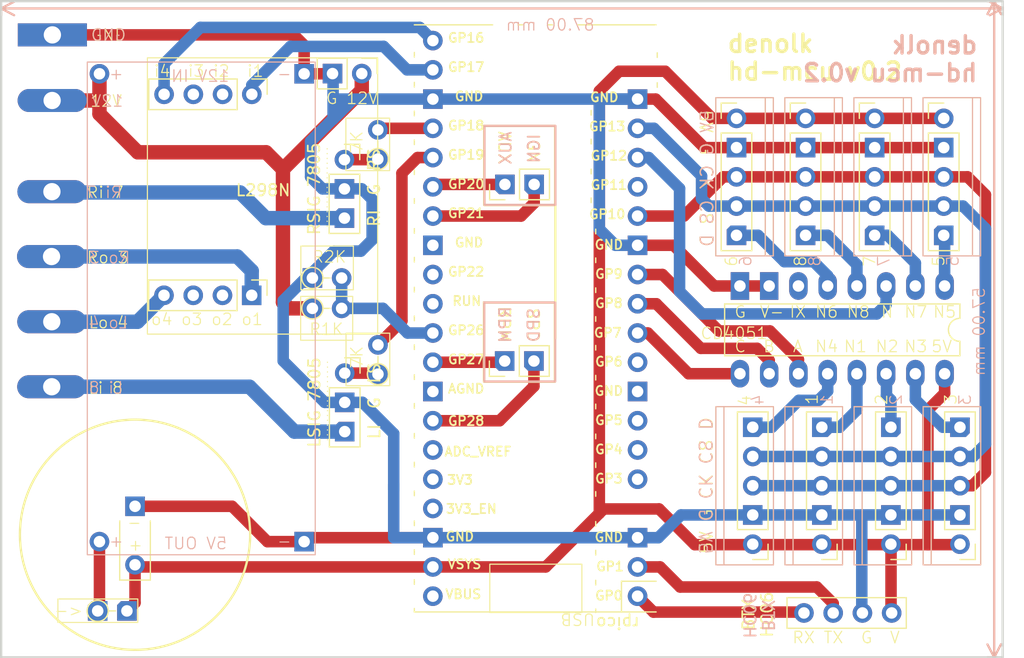
<source format=kicad_pcb>
(kicad_pcb (version 20221018) (generator pcbnew)
  (title_block (title "hd-mcu") (company "denolk"))
  (layers (0 "F.Cu" signal) (31 "B.Cu" signal) (34 "B.Paste" user) (35 "F.Paste" user) (36 "B.SilkS" user "B.Silkscreen") (37 "F.SilkS" user "F.Silkscreen") (38 "B.Mask" user) (39 "F.Mask" user) (44 "Edge.Cuts" user))
  (net 0 "")
  (net 1 "GND")
  (net 2 "12V")
  (net 3 "SIG_L_IN")
  (net 4 "SIG_L_OUT")
  (net 5 "SIG_R_IN")
  (net 6 "SIG_R_OUT")
  (net 7 "5V")
  (net 8 "D_SIG_L_IN")
  (net 9 "D_SIG_R_IN")
  (net 10 "D_SIG_R_OUT")
  (net 11 "D_SIG_L_OUT")
  (net 12 "D_MUX_A")
  (net 13 "D_MUX_B")
  (net 14 "D_MUX_C")
  (net 15 "MUX_S8")
  (net 16 "MUX_S1")
  (net 17 "MUX_S2")
  (net 18 "MUX_S3")
  (net 19 "MUX_S4")
  (net 20 "MUX_S5")
  (net 21 "MUX_S7")
  (net 22 "MUX_S6")
  (net 23 "D_BT_RX")
  (net 24 "D_BT_TX")
  (net 25 "D_VOLT")
  (net 26 "D_SCK")
  (net 27 "D_CS")
  (net 28 "D_SO")
  (net 29 "D_RPM")
  (net 30 "D_SPD")
  (net 31 "D_IGN")
  (net 32 "D_AUX")
  (footprint "Connector_PinHeader_2.54mm:Socker_PinHeader_1x05_P2.54mm_Dualside" (layer "F.Cu") (at 90.3275 64.9425 180)
    (fp_text reference "1")
    (fp_text value "N1" hide)
  )
  (footprint "Connector_PinHeader_2.54mm:Socker_PinHeader_1x05_P2.54mm_Dualside" (layer "F.Cu") (at 100.9175 27.9525)
    (fp_text reference "5")
    (fp_text value "N4" hide)
  )
  (footprint "denolk:L298N Motor driver board" (layer "F.Cu") (at 41.795 33.1925)
    (fp_text reference "REF**" hide)
    (fp_text value "L298N")
  )
  (footprint "Connector_PinHeader_2.54mm:Socker_PinHeader_1x05_P2.54mm_Dualside" (layer "F.Cu") (at 82.9175 27.9525)
    (fp_text reference "6")
    (fp_text value "N6" hide)
  )
  (footprint "" (layer "F.Cu") (at 23.4125 51.265 180)
    (fp_text reference "")
    (fp_text value "")
  )
  (footprint "denolk:capacitor_5v5_bat_20mm" (layer "F.Cu") (at 30.67 63.92)
    (fp_text reference "REF**" hide)
    (fp_text value "capacitor_5v5_bat_20mm" hide)
  )
  (footprint "Connector_PinHeader_2.54mm:Socker_PinHeader_1x05_P2.54mm_Dualside" (layer "F.Cu") (at 96.3275 64.9425 180)
    (fp_text reference "2")
    (fp_text value "N4" hide)
  )
  (footprint "Connector_PinHeader_2.54mm:PinHeader_1x02_P2.54mm_Vertical" (layer "F.Cu") (at 62.78 49.03 90)
    (fp_text reference "REF**" hide)
    (fp_text value "PinHeader_1x02_P2.54mm_Vertical" hide)
  )
  (footprint "Resistor_THT:R_Axial_DIN0204_L3.6mm_D1.6mm_P2.54mm_Vertical" (layer "F.Cu") (at 46.0775 44.4575)
    (fp_text reference "R1K")
    (fp_text value "R_Axial_DIN0204_L3.6mm_D1.6mm_P2.54mm_Vertical" hide)
  )
  (footprint "Connector_PinHeader_2.54mm:Socker_PinHeader_1x05_P2.54mm_Dualside" (layer "F.Cu") (at 94.9175 27.9525)
    (fp_text reference "7")
    (fp_text value "N7" hide)
  )
  (footprint "denolk:rpi_pico_h" (layer "F.Cu") (at 65.4865 44.6775 180)
    (fp_text reference "REF**" hide)
    (fp_text value "rpico")
  )
  (footprint "" (layer "F.Cu") (at 23.49 20.7)
    (fp_text reference "")
    (fp_text value "")
  )
  (footprint "Resistor_THT:R_Axial_DIN0204_L3.6mm_D1.6mm_P2.54mm_Vertical" (layer "F.Cu") (at 51.76 31.49 90)
    (fp_text reference "7K")
    (fp_text value "R_Axial_DIN0204_L3.6mm_D1.6mm_P2.54mm_Vertical" hide)
  )
  (footprint "Resistor_THT:R_Axial_DIN0204_L3.6mm_D1.6mm_P2.54mm_Vertical" (layer "F.Cu") (at 46.0775 41.8175)
    (fp_text reference "R2K")
    (fp_text value "R_Axial_DIN0204_L3.6mm_D1.6mm_P2.54mm_Vertical" hide)
  )
  (footprint "Connector_PinSocket_2.54mm:PinSocket_1x03_P2.54mm_Vertical" (layer "F.Cu") (at 48.86 31.5375)
    (fp_text reference "RSIG 7805")
    (fp_text value "PinSocket_1x03_P2.54mm_Vertical" hide)
  )
  (footprint "clipboard:025a530c-414d-4610-914f-198754de7740" (layer "F.Cu") (at 87.265 72.245)
    (fp_text reference "" hide)
    (fp_text value "" hide)
  )
  (footprint "" (layer "F.Cu") (at 23.47 26.4)
    (fp_text reference "")
    (fp_text value "")
  )
  (footprint "" (layer "F.Cu") (at 23.4375 45.6175 90)
    (fp_text reference "")
    (fp_text value "")
  )
  (footprint "Connector_PinHeader_2.54mm:Socker_PinHeader_1x05_P2.54mm_Dualside" (layer "F.Cu") (at 84.3275 64.9425 180)
    (fp_text reference "4")
    (fp_text value "N4" hide)
  )
  (footprint "Connector_PinHeader_2.54mm:PinHeader_1x02_P2.54mm_Vertical" (layer "F.Cu") (at 62.8 33.69 90)
    (fp_text reference "REF**" hide)
    (fp_text value "PinHeader_1x02_P2.54mm_Vertical" hide)
  )
  (footprint "Resistor_THT:R_Axial_DIN0204_L3.6mm_D1.6mm_P2.54mm_Vertical" (layer "F.Cu") (at 51.7725 50.17 90)
    (fp_text reference "7K")
    (fp_text value "R_Axial_DIN0204_L3.6mm_D1.6mm_P2.54mm_Vertical" hide)
  )
  (footprint "Resistor_THT:R_Axial_DIN0204_L3.6mm_D1.6mm_P2.54mm_Vertical" (layer "F.Cu") (at 27.425 70.7375)
    (fp_text reference "->")
    (fp_text value "R_Axial_DIN0204_L3.6mm_D1.6mm_P2.54mm_Vertical" hide)
  )
  (footprint "Connector_PinHeader_2.54mm:Socker_PinHeader_1x05_P2.54mm_Dualside" (layer "F.Cu") (at 102.3275 64.9425 180)
    (fp_text reference "3")
    (fp_text value "N4" hide)
  )
  (footprint "" (layer "F.Cu") (at 23.45 34.32 180)
    (fp_text reference "")
    (fp_text value "")
  )
  (footprint "" (layer "F.Cu") (at 23.4175 39.955 180)
    (fp_text reference "")
    (fp_text value "")
  )
  (footprint "Connector_PinSocket_2.54mm:PinSocket_1x03_P2.54mm_Vertical" (layer "F.Cu") (at 48.885 50.0825)
    (fp_text reference "LSIG 7805")
    (fp_text value "PinSocket_1x03_P2.54mm_Vertical" hide)
  )
  (footprint "Connector_PinHeader_2.54mm:Socker_PinHeader_1x05_P2.54mm_Dualside" (layer "F.Cu") (at 88.9175 27.9525)
    (fp_text reference "8")
    (fp_text value "N8" hide)
  )
  (footprint "Package_DIP:DIP-16_W7.62mm_LongPads" (layer "F.Cu") (at 100.995 42.5625 -90)
    (fp_text reference "CD4051")
    (fp_text value "CD4051" hide)
  )
  (footprint "denolk:switch_regulator_12v5v" (layer "B.Cu") (at 36.524 48.86 180)
    (fp_text reference "REF**" hide)
    (fp_text value "switch_regulator_12v5v" hide)
  )
  (gr_rect (start 61.005 43.9446) (end 67.165 50.81) (stroke (width 0.2)) (fill none) (layer "B.SilkS"))
  (gr_rect (start 61.025 28.6046) (end 67.185 35.47) (stroke (width 0.2)) (fill none) (layer "B.SilkS"))
  (gr_rect (start 45.075 39.0425) (end 49.635 42.8425) (stroke (width 0.1)) (fill none) (layer "F.SilkS"))
  (gr_rect (start 48.985 27.9325) (end 52.785 32.4925) (stroke (width 0.1)) (fill none) (layer "F.SilkS"))
  (gr_rect (start 60.995 28.61) (end 67.155 35.49) (stroke (width 0.2)) (fill none) (layer "F.SilkS"))
  (gr_rect (start 60.975 43.95) (end 67.135 50.83) (stroke (width 0.2)) (fill none) (layer "F.SilkS"))
  (gr_rect (start 48.9975 46.6125) (end 52.7975 51.1725) (stroke (width 0.1)) (fill none) (layer "F.SilkS"))
  (gr_line (start 67.18 47.06) (end 67.18 32.06) (stroke (width 0.2)) (layer "F.SilkS"))
  (gr_rect (start 23.97 69.7) (end 30.91 71.74) (stroke (width 0.1)) (fill none) (layer "F.SilkS"))
  (gr_rect (start 45.0575 43.4175) (end 49.5775 47.2275) (stroke (width 0.1)) (fill none) (layer "F.SilkS"))
  (gr_rect (start 19.04 17.77) (end 106.04 74.77) (stroke (width 0.2)) (fill none) (layer "Edge.Cuts"))
  (gr_text "5V G CK CS D" (at 81.015 27.145 90) (layer "B.SilkS") (effects (font (size 1.1 1.1) (thickness 0.12)) (justify left bottom mirror)))
  (gr_text "RPM" (at 62.835 45.87 90) (layer "B.SilkS") (effects (font (size 1 1)) (justify mirror)))
  (gr_text "GND" (at 26.7875 20.7075) (layer "B.SilkS") (effects (font (size 1 1) (thickness 0.1)) (justify right mirror)))
  (gr_text "Ri 7" (at 29.6225 34.375) (layer "B.SilkS") (effects (font (size 1 1) (thickness 0.1)) (justify left mirror)))
  (gr_text "Ro 3" (at 26.57 40.05) (layer "B.SilkS") (effects (font (size 1 1) (thickness 0.1)) (justify right mirror)))
  (gr_text "5V G CK CS D" (at 79.545 65.895 -90) (layer "B.SilkS") (effects (font (size 1.1 1.1) (thickness 0.12)) (justify left bottom mirror)))
  (gr_text "12V" (at 26.8175 26.4375) (layer "B.SilkS") (effects (font (size 1 1) (thickness 0.1)) (justify right mirror)))
  (gr_text "IGN" (at 65.315 30.57 90) (layer "B.SilkS") (effects (font (size 1 1)) (justify mirror)))
  (gr_text "denolk\nhd-mcu v0.2" (at 103.995 24.8825) (layer "B.SilkS") (effects (font (size 1.5 1.5) (thickness 0.3) bold) (justify left bottom mirror)))
  (gr_text "Lo 4" (at 26.5725 45.695) (layer "B.SilkS") (effects (font (size 1 1) (thickness 0.1)) (justify right mirror)))
  (gr_text "Li 8" (at 29.7075 51.3525) (layer "B.SilkS") (effects (font (size 1 1) (thickness 0.1)) (justify left mirror)))
  (gr_text "BTX\nHC06" (at 83.455 71.135 270) (layer "B.SilkS") (effects (font (size 1 1)) (justify bottom mirror)))
  (gr_text "AUX" (at 62.855 30.53 90) (layer "B.SilkS") (effects (font (size 1 1)) (justify mirror)))
  (gr_text "SPD" (at 65.295 45.91 90) (layer "B.SilkS") (effects (font (size 1 1)) (justify mirror)))
  (gr_text "Li 8" (at 26.56 51.375) (layer "F.SilkS") (effects (font (size 1 1) (thickness 0.1)) (justify left)))
  (gr_text "Ro 3" (at 30.17 40.04) (layer "F.SilkS") (effects (font (size 1 1) (thickness 0.1)) (justify right)))
  (gr_text "12V" (at 29.61 26.44) (layer "F.SilkS") (effects (font (size 1 1) (thickness 0.1)) (justify right)))
  (gr_text "8" (at 88.4675 40.3525 90) (layer "F.SilkS") (effects (font (size 1 1) (thickness 0.1))))
  (gr_text "3" (at 101.5275 52.3525 90) (layer "F.SilkS") (effects (font (size 1 1) (thickness 0.1))))
  (gr_text "5" (at 100.4675 40.3525 90) (layer "F.SilkS") (effects (font (size 1 1) (thickness 0.1))))
  (gr_text "4" (at 83.6475 52.4525 90) (layer "F.SilkS") (effects (font (size 1 1) (thickness 0.1))))
  (gr_text "Lo 4" (at 30.1325 45.685) (layer "F.SilkS") (effects (font (size 1 1) (thickness 0.1)) (justify right)))
  (gr_text "2" (at 95.5075 52.3725 90) (layer "F.SilkS") (effects (font (size 1 1) (thickness 0.1))))
  (gr_text "BTX\nHC06" (at 86.155 71.055 90) (layer "F.SilkS") (effects (font (size 1 1)) (justify bottom)))
  (gr_text "7" (at 94.4675 40.3525 90) (layer "F.SilkS") (effects (font (size 1 1) (thickness 0.1))))
  (gr_text "5V G CK CS D" (at 79.615 27.145 -90) (layer "F.SilkS") (effects (font (size 1.1 1.1) (thickness 0.12)) (justify left bottom)))
  (gr_text "GND" (at 29.95 20.71) (layer "F.SilkS") (effects (font (size 1 1) (thickness 0.1)) (justify right)))
  (gr_text "5V G CK CS D" (at 80.945 65.865 90) (layer "F.SilkS") (effects (font (size 1.1 1.1) (thickness 0.12)) (justify left bottom)))
  (gr_text "denolk\nhd-mcu v0.2" (at 81.99 24.75) (layer "F.SilkS") (effects (font (size 1.5 1.5) (thickness 0.3) bold) (justify left bottom)))
  (gr_text "1" (at 89.4675 52.3525 90) (layer "F.SilkS") (effects (font (size 1 1) (thickness 0.1))))
  (gr_text "6" (at 82.4675 40.3525 90) (layer "F.SilkS") (effects (font (size 1 1) (thickness 0.1))))
  (gr_text "Ri 7" (at 26.4225 34.375) (layer "F.SilkS") (effects (font (size 1 1) (thickness 0.1)) (justify left)))
  (dimension (type aligned) (layer "B.SilkS") (pts (xy 106.04 74.77) (xy 106.04 17.77)) (height -0.7375) (gr_text "57.00 mm" (at 103.985 46.4825 90) (layer "B.SilkS") (effects (font (size 1 1) (thickness 0.1)) (justify mirror))) (format (prefix "") (suffix "") (units 3) (units_format 1) (precision 2)) (style (thickness 0.2) (arrow_length 1.27) (text_position_mode 2) (extension_height 0.58642) (extension_offset 0.5) keep_text_aligned))
  (dimension (type aligned) (layer "B.SilkS") (pts (xy 19.04 17.77) (xy 106.04 17.77)) (height 0.635) (gr_text "87.00 mm" (at 66.7325 19.8275) (layer "B.SilkS") (effects (font (size 1 1) (thickness 0.1)) (justify mirror))) (format (prefix "") (suffix "") (units 3) (units_format 1) (precision 2)) (style (thickness 0.2) (arrow_length 1.27) (text_position_mode 2) (extension_height 0.58642) (extension_offset 0.5) keep_text_aligned))
  (segment (start 23.49 20.7) (end 44.4625 20.7) (width 1) (layer "F.Cu") (net 1))
  (segment (start 100.9175 30.4925) (end 82.9175 30.4925) (width 1) (layer "F.Cu") (net 1))
  (segment (start 45.36 21.5975) (end 45.36 24.08) (width 1) (layer "F.Cu") (net 1))
  (segment (start 80.9825 42.5125) (end 77.4475 38.9775) (width 1) (layer "F.Cu") (net 1))
  (segment (start 77.4475 38.9775) (end 74.3225 38.9775) (width 1) (layer "F.Cu") (net 1))
  (segment (start 83.215 42.5125) (end 80.9825 42.5125) (width 1) (layer "F.Cu") (net 1))
  (segment (start 39.1 61.65) (end 30.67 61.65) (width 1) (layer "F.Cu") (net 1))
  (segment (start 75.8975 26.2775) (end 74.3225 26.2775) (width 1) (layer "F.Cu") (net 1))
  (segment (start 45.36 64.72) (end 42.17 64.72) (width 1) (layer "F.Cu") (net 1))
  (segment (start 42.17 64.72) (end 39.1 61.65) (width 1) (layer "F.Cu") (net 1))
  (segment (start 44.4625 20.7) (end 45.36 21.5975) (width 1) (layer "F.Cu") (net 1))
  (segment (start 45.36 24.08) (end 47.8075 24.08) (width 1) (layer "F.Cu") (net 1))
  (segment (start 85.755 42.5125) (end 83.215 42.5125) (width 1) (layer "F.Cu") (net 1))
  (segment (start 80.1125 30.4925) (end 75.8975 26.2775) (width 1) (layer "F.Cu") (net 1))
  (segment (start 47.8075 24.08) (end 47.825 24.0625) (width 1) (layer "F.Cu") (net 1))
  (segment (start 45.7025 64.3775) (end 56.5425 64.3775) (width 1) (layer "F.Cu") (net 1))
  (segment (start 56.5425 26.2775) (end 56.5375 26.2725) (width 1) (layer "F.Cu") (net 1))
  (segment (start 82.9175 30.4925) (end 80.1125 30.4925) (width 1) (layer "F.Cu") (net 1))
  (segment (start 47.825 24.0625) (end 47.6875 24.0625) (width 1) (layer "F.Cu") (net 1))
  (segment (start 45.36 64.72) (end 45.7025 64.3775) (width 1) (layer "F.Cu") (net 1))
  (segment (start 47.825 24.0625) (end 47.875 24.1125) (width 1) (layer "B.Cu") (net 1))
  (segment (start 56.5425 26.2775) (end 74.3225 26.2775) (width 1) (layer "B.Cu") (net 1))
  (segment (start 45.92 33.04) (end 46.9575 34.0775) (width 1) (layer "B.Cu") (net 1))
  (segment (start 93.8 62.4325) (end 93.83 62.4025) (width 1) (layer "B.Cu") (net 1))
  (segment (start 50.4225 52.6225) (end 53.14 55.34) (width 1) (layer "B.Cu") (net 1))
  (segment (start 47.88 26.2775) (end 56.5425 26.2775) (width 1) (layer "B.Cu") (net 1))
  (segment (start 71 26.2775) (end 74.3225 26.2775) (width 1) (layer "B.Cu") (net 1))
  (segment (start 74.3225 38.9775) (end 72.4075 38.9775) (width 1) (layer "B.Cu") (net 1))
  (segment (start 74.3225 64.3775) (end 56.5425 64.3775) (width 1) (layer "B.Cu") (net 1))
  (segment (start 45.92 29.9475) (end 45.92 33.04) (width 1) (layer "B.Cu") (net 1))
  (segment (start 51.265 38.5025) (end 51.265 34.9825) (width 1) (layer "B.Cu") (net 1))
  (segment (start 76.1225 64.3775) (end 74.3225 64.3775) (width 1) (layer "B.Cu") (net 1))
  (segment (start 47.855 28.0425) (end 49.59 26.3075) (width 1) (layer "B.Cu") (net 1))
  (segment (start 72.4075 38.9775) (end 71 37.57) (width 1) (layer "B.Cu") (net 1))
  (segment (start 93.855 70.915) (end 93.8 70.86) (width 1) (layer "B.Cu") (net 1))
  (segment (start 93.8 70.86) (end 93.8 62.4325) (width 1) (layer "B.Cu") (net 1))
  (segment (start 46.9575 34.0775) (end 48.86 34.0775) (width 1) (layer "B.Cu") (net 1))
  (segment (start 51.265 34.9825) (end 50.36 34.0775) (width 1) (layer "B.Cu") (net 1))
  (segment (start 47.875 24.1125) (end 47.875 27.9925) (width 1) (layer "B.Cu") (net 1))
  (segment (start 50.285 39.4825) (end 51.265 38.5025) (width 1) (layer "B.Cu") (net 1))
  (segment (start 46.0775 41.8175) (end 46.0775 41.34) (width 1) (layer "B.Cu") (net 1))
  (segment (start 56.5425 64.3775) (end 56.2 64.72) (width 1) (layer "B.Cu") (net 1))
  (segment (start 47.935 39.4825) (end 50.285 39.4825) (width 1) (layer "B.Cu") (net 1))
  (segment (start 53.14 64.3775) (end 56.5425 64.3775) (width 1) (layer "B.Cu") (net 1))
  (segment (start 78.0975 62.4025) (end 76.1225 64.3775) (width 1) (layer "B.Cu") (net 1))
  (segment (start 47.875 26.2725) (end 48.71 27.1075) (width 1) (layer "B.Cu") (net 1))
  (segment (start 46.0775 41.34) (end 47.935 39.4825) (width 1) (layer "B.Cu") (net 1))
  (segment (start 47.875 27.9925) (end 47.825 28.0425) (width 1) (layer "B.Cu") (net 1))
  (segment (start 47.825 28.0425) (end 47.855 28.0425) (width 1) (layer "B.Cu") (net 1))
  (segment (start 84.3275 62.4025) (end 78.0975 62.4025) (width 1) (layer "B.Cu") (net 1))
  (segment (start 53.14 59.75) (end 53.14 64.3775) (width 1) (layer "B.Cu") (net 1))
  (segment (start 46.0775 41.8175) (end 45.5025 41.8175) (width 1) (layer "B.Cu") (net 1))
  (segment (start 43.54 49.0175) (end 47.145 52.6225) (width 1) (layer "B.Cu") (net 1))
  (segment (start 43.54 43.78) (end 43.54 49.0175) (width 1) (layer "B.Cu") (net 1))
  (segment (start 50.36 34.0775) (end 48.86 34.0775) (width 1) (layer "B.Cu") (net 1))
  (segment (start 84.3275 62.4025) (end 102.3275 62.4025) (width 1) (layer "B.Cu") (net 1))
  (segment (start 47.825 28.0425) (end 45.92 29.9475) (width 1) (layer "B.Cu") (net 1))
  (segment (start 47.145 52.6225) (end 48.885 52.6225) (width 1) (layer "B.Cu") (net 1))
  (segment (start 48.885 52.6225) (end 50.4225 52.6225) (width 1) (layer "B.Cu") (net 1))
  (segment (start 71 37.57) (end 71 26.2775) (width 1) (layer "B.Cu") (net 1))
  (segment (start 45.5025 41.8175) (end 43.54 43.78) (width 1) (layer "B.Cu") (net 1))
  (segment (start 53.14 55.34) (end 53.14 60.2) (width 1) (layer "B.Cu") (net 1))
  (segment (start 43.52 32.3675) (end 42.0525 30.9) (width 1.25) (layer "F.Cu") (net 2))
  (segment (start 27.58 26.88) (end 27.58 26.27) (width 1.25) (layer "F.Cu") (net 2))
  (segment (start 42.0525 30.9) (end 30.91 30.9) (width 1.25) (layer "F.Cu") (net 2))
  (segment (start 23.47 26.4) (end 27.45 26.4) (width 1.25) (layer "F.Cu") (net 2))
  (segment (start 44.0475 44.4575) (end 46.0775 44.4575) (width 1.25) (layer "F.Cu") (net 2))
  (segment (start 43.52 43.93) (end 44.0475 44.4575) (width 1.25) (layer "F.Cu") (net 2))
  (segment (start 27.58 26.27) (end 27.58 24.08) (width 1.25) (layer "F.Cu") (net 2))
  (segment (start 50.365 25.5225) (end 43.52 32.3675) (width 1.25) (layer "F.Cu") (net 2))
  (segment (start 43.52 32.3675) (end 43.52 43.93) (width 1.25) (layer "F.Cu") (net 2))
  (segment (start 50.365 24.0625) (end 50.365 25.5225) (width 1.25) (layer "F.Cu") (net 2))
  (segment (start 27.45 26.4) (end 27.58 26.27) (width 1) (layer "F.Cu") (net 2))
  (segment (start 50.365 24.0625) (end 50.365 24.6225) (width 1.25) (layer "F.Cu") (net 2))
  (segment (start 27.58 27.57) (end 27.58 26.88) (width 1.25) (layer "F.Cu") (net 2))
  (segment (start 30.91 30.9) (end 27.58 27.57) (width 1.25) (layer "F.Cu") (net 2))
  (segment (start 44.5125 55.1625) (end 48.885 55.1625) (width 1.25) (layer "B.Cu") (net 3))
  (segment (start 23.4325 51.265) (end 40.615 51.265) (width 1.25) (layer "B.Cu") (net 3))
  (segment (start 40.615 51.265) (end 44.5125 55.1625) (width 1.25) (layer "B.Cu") (net 3))
  (segment (start 23.4375 45.6175) (end 23.44 45.62) (width 1.25) (layer "B.Cu") (net 4))
  (segment (start 30.8875 45.62) (end 33.185 43.3225) (width 1.25) (layer "B.Cu") (net 4))
  (segment (start 23.44 45.62) (end 30.8875 45.62) (width 1.25) (layer "B.Cu") (net 4))
  (segment (start 23.385 45.565) (end 23.4375 45.6175) (width 1.25) (layer "B.Cu") (net 4))
  (segment (start 23.52 34.39) (end 39.8 34.39) (width 1.25) (layer "B.Cu") (net 5))
  (segment (start 23.45 34.32) (end 23.52 34.39) (width 1.25) (layer "B.Cu") (net 5))
  (segment (start 42.0275 36.6175) (end 48.86 36.6175) (width 1.25) (layer "B.Cu") (net 5))
  (segment (start 39.8 34.39) (end 42.0275 36.6175) (width 1.25) (layer "B.Cu") (net 5))
  (segment (start 39.5525 39.95) (end 40.805 41.2025) (width 1.25) (layer "B.Cu") (net 6))
  (segment (start 23.4175 39.955) (end 23.4225 39.95) (width 1.25) (layer "B.Cu") (net 6))
  (segment (start 40.805 41.2025) (end 40.805 43.3225) (width 1.25) (layer "B.Cu") (net 6))
  (segment (start 23.4225 39.95) (end 39.5525 39.95) (width 1.25) (layer "B.Cu") (net 6))
  (segment (start 100.995 50.1325) (end 101.03 50.1675) (width 1) (layer "F.Cu") (net 7))
  (segment (start 100.995 51.83) (end 100.995 50.1325) (width 1) (layer "F.Cu") (net 7))
  (segment (start 27.58 64.72) (end 27.58 70.5825) (width 1) (layer "F.Cu") (net 7))
  (segment (start 79.2925 64.9825) (end 102.2875 64.9825) (width 1) (layer "F.Cu") (net 7))
  (segment (start 30.8575 66.9175) (end 56.5425 66.9175) (width 1) (layer "F.Cu") (net 7))
  (segment (start 30.67 66.73) (end 30.8575 66.9175) (width 1) (layer "F.Cu") (net 7))
  (segment (start 80.8125 27.9525) (end 76.72 23.86) (width 1) (layer "F.Cu") (net 7))
  (segment (start 71.0025 62.2575) (end 70.99 62.27) (width 1) (layer "F.Cu") (net 7))
  (segment (start 71.0025 25.5775) (end 71.0025 62.2575) (width 1) (layer "F.Cu") (net 7))
  (segment (start 99.545 53.28) (end 100.995 51.83) (width 1) (layer "F.Cu") (net 7))
  (segment (start 99.545 64.9775) (end 99.545 53.28) (width 1) (layer "F.Cu") (net 7))
  (segment (start 30.67 70.0325) (end 29.965 70.7375) (width 1) (layer "F.Cu") (net 7))
  (segment (start 72.72 23.86) (end 71.0025 25.5775) (width 1) (layer "F.Cu") (net 7))
  (segment (start 27.58 70.5825) (end 27.425 70.7375) (width 1) (layer "F.Cu") (net 7))
  (segment (start 76.72 23.86) (end 72.72 23.86) (width 1) (layer "F.Cu") (net 7))
  (segment (start 96.395 70.915) (end 96.34 70.86) (width 1) (layer "F.Cu") (net 7))
  (segment (start 82.9175 27.9525) (end 80.8125 27.9525) (width 1) (layer "F.Cu") (net 7))
  (segment (start 66.3425 66.9175) (end 70.99 62.27) (width 1) (layer "F.Cu") (net 7))
  (segment (start 56.5425 66.9175) (end 66.3425 66.9175) (width 1) (layer "F.Cu") (net 7))
  (segment (start 96.34 70.86) (end 96.34 64.955) (width 1) (layer "F.Cu") (net 7))
  (segment (start 70.99 62.27) (end 71.38 61.88) (width 1) (layer "F.Cu") (net 7))
  (segment (start 30.68 66.74) (end 30.67 66.73) (width 1) (layer "F.Cu") (net 7))
  (segment (start 71.38 61.88) (end 76.19 61.88) (width 1) (layer "F.Cu") (net 7))
  (segment (start 30.67 66.73) (end 30.67 70.0325) (width 1) (layer "F.Cu") (net 7))
  (segment (start 76.19 61.88) (end 79.2925 64.9825) (width 1) (layer "F.Cu") (net 7))
  (segment (start 82.9175 27.9525) (end 100.9175 27.9525) (width 1) (layer "F.Cu") (net 7))
  (segment (start 99.55 64.9825) (end 99.545 64.9775) (width 1) (layer "F.Cu") (net 7))
  (segment (start 48.885 50.0825) (end 51.685 50.0825) (width 1) (layer "F.Cu") (net 8))
  (segment (start 55.21 31.3575) (end 56.5425 31.3575) (width 1) (layer "F.Cu") (net 8))
  (segment (start 51.605 50.0025) (end 51.7725 50.17) (width 1) (layer "F.Cu") (net 8))
  (segment (start 53.855 32.7125) (end 55.21 31.3575) (width 1) (layer "F.Cu") (net 8))
  (segment (start 53.855 45.5475) (end 53.855 32.7125) (width 1) (layer "F.Cu") (net 8))
  (segment (start 51.7725 47.63) (end 53.855 45.5475) (width 1) (layer "F.Cu") (net 8))
  (segment (start 51.685 50.0825) (end 51.7725 50.17) (width 1) (layer "F.Cu") (net 8))
  (segment (start 51.8925 28.8175) (end 56.5425 28.8175) (width 1) (layer "F.Cu") (net 9))
  (segment (start 48.86 31.5375) (end 51.7125 31.5375) (width 1) (layer "F.Cu") (net 9))
  (segment (start 51.76 28.95) (end 51.8925 28.8175) (width 1) (layer "F.Cu") (net 9))
  (segment (start 51.7125 31.5375) (end 51.76 31.49) (width 1) (layer "F.Cu") (net 9))
  (segment (start 44.175 21.7025) (end 40.815 25.0625) (width 1) (layer "B.Cu") (net 10))
  (segment (start 56.5425 23.7375) (end 54.3 23.7375) (width 1) (layer "B.Cu") (net 10))
  (segment (start 40.815 25.0625) (end 40.815 25.8625) (width 1) (layer "B.Cu") (net 10))
  (segment (start 54.3 23.7375) (end 52.265 21.7025) (width 1) (layer "B.Cu") (net 10))
  (segment (start 52.265 21.7025) (end 44.175 21.7025) (width 1) (layer "B.Cu") (net 10))
  (segment (start 56.5425 21.1975) (end 55.3975 20.0525) (width 1) (layer "B.Cu") (net 11))
  (segment (start 55.3975 20.0525) (end 36.345 20.0525) (width 1) (layer "B.Cu") (net 11))
  (segment (start 33.195 23.2025) (end 33.195 25.8625) (width 1) (layer "B.Cu") (net 11))
  (segment (start 36.345 20.0525) (end 33.195 23.2025) (width 1) (layer "B.Cu") (net 11))
  (segment (start 81.39 46.42) (end 76.4875 41.5175) (width 1) (layer "F.Cu") (net 12))
  (segment (start 76.4875 41.5175) (end 74.3225 41.5175) (width 1) (layer "F.Cu") (net 12))
  (segment (start 88.295 50.1325) (end 88.295 48.895) (width 1) (layer "F.Cu") (net 12))
  (segment (start 85.82 46.42) (end 81.39 46.42) (width 1) (layer "F.Cu") (net 12))
  (segment (start 88.295 48.895) (end 85.82 46.42) (width 1) (layer "F.Cu") (net 12))
  (segment (start 85.755 48.975) (end 84.71 47.93) (width 1) (layer "F.Cu") (net 13))
  (segment (start 79.82 47.93) (end 75.9475 44.0575) (width 1) (layer "F.Cu") (net 13))
  (segment (start 75.9475 44.0575) (end 74.3225 44.0575) (width 1) (layer "F.Cu") (net 13))
  (segment (start 85.755 50.1325) (end 85.755 48.975) (width 1) (layer "F.Cu") (net 13))
  (segment (start 84.71 47.93) (end 79.82 47.93) (width 1) (layer "F.Cu") (net 13))
  (segment (start 75.2175 46.5975) (end 74.3225 46.5975) (width 1) (layer "F.Cu") (net 14))
  (segment (start 78.7525 50.1325) (end 75.2175 46.5975) (width 1) (layer "F.Cu") (net 14))
  (segment (start 83.215 50.1325) (end 78.7525 50.1325) (width 1) (layer "F.Cu") (net 14))
  (segment (start 93.375 42.5125) (end 93.375 40.66) (width 1) (layer "B.Cu") (net 15))
  (segment (start 90.8275 38.1125) (end 88.9175 38.1125) (width 1) (layer "B.Cu") (net 15))
  (segment (start 93.375 40.66) (end 90.8275 38.1125) (width 1) (layer "B.Cu") (net 15))
  (segment (start 93.375 53.29) (end 93.375 50.1325) (width 1) (layer "B.Cu") (net 16))
  (segment (start 90.3275 54.7825) (end 91.8825 54.7825) (width 1) (layer "B.Cu") (net 16))
  (segment (start 91.8825 54.7825) (end 93.375 53.29) (width 1) (layer "B.Cu") (net 16))
  (segment (start 96.3275 54.7825) (end 96.3275 52.4125) (width 1) (layer "B.Cu") (net 17))
  (segment (start 95.945 52.03) (end 95.945 50.1625) (width 1) (layer "B.Cu") (net 17))
  (segment (start 95.945 50.1625) (end 95.915 50.1325) (width 1) (layer "B.Cu") (net 17))
  (segment (start 96.3275 52.4125) (end 95.945 52.03) (width 1) (layer "B.Cu") (net 17))
  (segment (start 102.3275 54.7825) (end 100.8475 54.7825) (width 1) (layer "B.Cu") (net 18))
  (segment (start 100.8475 54.7825) (end 98.455 52.39) (width 1) (layer "B.Cu") (net 18))
  (segment (start 98.455 52.39) (end 98.455 50.1325) (width 1) (layer "B.Cu") (net 18))
  (segment (start 90.835 51.64) (end 90.835 50.1325) (width 1) (layer "B.Cu") (net 19))
  (segment (start 90.835 50.1325) (end 90.795 50.1725) (width 1) (layer "B.Cu") (net 19))
  (segment (start 90.025 52.45) (end 90.835 51.64) (width 1) (layer "B.Cu") (net 19))
  (segment (start 85.9925 54.7825) (end 88.325 52.45) (width 1) (layer "B.Cu") (net 19))
  (segment (start 84.3275 54.7825) (end 85.9925 54.7825) (width 1) (layer "B.Cu") (net 19))
  (segment (start 88.325 52.45) (end 90.025 52.45) (width 1) (layer "B.Cu") (net 19))
  (segment (start 100.995 42.5125) (end 100.995 38.19) (width 1) (layer "B.Cu") (net 20))
  (segment (start 100.995 38.19) (end 100.9175 38.1125) (width 1) (layer "B.Cu") (net 20))
  (segment (start 98.455 40.52) (end 96.0475 38.1125) (width 1) (layer "B.Cu") (net 21))
  (segment (start 98.455 42.5125) (end 98.455 40.52) (width 1) (layer "B.Cu") (net 21))
  (segment (start 96.0475 38.1125) (end 94.9175 38.1125) (width 1) (layer "B.Cu") (net 21))
  (segment (start 87.075 40.4) (end 89.615 40.4) (width 1) (layer "B.Cu") (net 22))
  (segment (start 89.615 40.4) (end 90.835 41.62) (width 1) (layer "B.Cu") (net 22))
  (segment (start 90.835 41.62) (end 90.835 42.5125) (width 1) (layer "B.Cu") (net 22))
  (segment (start 84.7875 38.1125) (end 87.075 40.4) (width 1) (layer "B.Cu") (net 22))
  (segment (start 82.9175 38.1125) (end 84.7875 38.1125) (width 1) (layer "B.Cu") (net 22))
  (segment (start 74.3225 66.9175) (end 76.2775 66.9175) (width 1) (layer "F.Cu") (net 23))
  (segment (start 91.315 70.085) (end 91.315 70.915) (width 1) (layer "F.Cu") (net 23))
  (segment (start 78.02 68.66) (end 89.89 68.66) (width 1) (layer "F.Cu") (net 23))
  (segment (start 89.89 68.66) (end 91.315 70.085) (width 1) (layer "F.Cu") (net 23))
  (segment (start 76.2775 66.9175) (end 78.02 68.66) (width 1) (layer "F.Cu") (net 23))
  (segment (start 74.3225 69.4575) (end 75.705 70.84) (width 1) (layer "F.Cu") (net 24))
  (segment (start 75.705 70.84) (end 88.7 70.84) (width 1) (layer "F.Cu") (net 24))
  (segment (start 88.7 70.84) (end 88.775 70.915) (width 1) (layer "F.Cu") (net 24))
  (segment (start 48.6175 44.4575) (end 52.2 44.4575) (width 1) (layer "B.Cu") (net 25))
  (segment (start 52.2 44.4575) (end 54.34 46.5975) (width 1) (layer "B.Cu") (net 25))
  (segment (start 54.34 46.5975) (end 56.5425 46.5975) (width 1) (layer "B.Cu") (net 25))
  (segment (start 48.6175 41.8175) (end 48.6175 44.4575) (width 1) (layer "B.Cu") (net 25))
  (segment (start 103.3925 59.8625) (end 102.3275 59.8625) (width 1) (layer "F.Cu") (net 26))
  (segment (start 100.9175 33.0325) (end 102.9875 33.0325) (width 1) (layer "F.Cu") (net 26))
  (segment (start 81.7575 33.0325) (end 78.3525 36.4375) (width 1) (layer "F.Cu") (net 26))
  (segment (start 102.9875 33.0325) (end 104.54 34.585) (width 1) (layer "F.Cu") (net 26))
  (segment (start 78.3525 36.4375) (end 74.3225 36.4375) (width 1) (layer "F.Cu") (net 26))
  (segment (start 104.54 34.585) (end 104.54 58.715) (width 1) (layer "F.Cu") (net 26))
  (segment (start 104.54 58.715) (end 103.3925 59.8625) (width 1) (layer "F.Cu") (net 26))
  (segment (start 82.9175 33.0325) (end 100.9175 33.0325) (width 1) (layer "F.Cu") (net 26))
  (segment (start 82.9175 33.0325) (end 81.7575 33.0325) (width 1) (layer "F.Cu") (net 26))
  (segment (start 102.3275 59.8625) (end 84.3275 59.8625) (width 1) (layer "B.Cu") (net 26))
  (segment (start 80.5225 35.5725) (end 79.88 34.93) (width 1) (layer "B.Cu") (net 27))
  (segment (start 82.9175 35.5725) (end 80.5225 35.5725) (width 1) (layer "B.Cu") (net 27))
  (segment (start 102.5925 35.5725) (end 104.54 37.52) (width 1) (layer "B.Cu") (net 27))
  (segment (start 79.88 32.95) (end 75.7475 28.8175) (width 1) (layer "B.Cu") (net 27))
  (segment (start 100.9175 35.5725) (end 102.5925 35.5725) (width 1) (layer "B.Cu") (net 27))
  (segment (start 75.7475 28.8175) (end 74.3225 28.8175) (width 1) (layer "B.Cu") (net 27))
  (segment (start 100.9175 35.5725) (end 82.9175 35.5725) (width 1) (layer "B.Cu") (net 27))
  (segment (start 102.3275 57.3225) (end 84.3275 57.3225) (width 1) (layer "B.Cu") (net 27))
  (segment (start 103.4775 57.3225) (end 102.3275 57.3225) (width 1) (layer "B.Cu") (net 27))
  (segment (start 79.88 34.93) (end 79.88 32.95) (width 1) (layer "B.Cu") (net 27))
  (segment (start 104.54 56.26) (end 103.4775 57.3225) (width 1) (layer "B.Cu") (net 27))
  (segment (start 104.54 37.52) (end 104.54 56.26) (width 1) (layer "B.Cu") (net 27))
  (segment (start 95.915 44.125) (end 95.1 44.94) (width 1) (layer "B.Cu") (net 28))
  (segment (start 95.915 42.5125) (end 95.915 44.125) (width 1) (layer "B.Cu") (net 28))
  (segment (start 95.1 44.94) (end 79.92 44.94) (width 1) (layer "B.Cu") (net 28))
  (segment (start 77.97 34.04) (end 75.2875 31.3575) (width 1) (layer "B.Cu") (net 28))
  (segment (start 79.92 44.94) (end 77.97 42.99) (width 1) (layer "B.Cu") (net 28))
  (segment (start 77.97 42.99) (end 77.97 34.04) (width 1) (layer "B.Cu") (net 28))
  (segment (start 75.2875 31.3575) (end 74.3225 31.3575) (width 1) (layer "B.Cu") (net 28))
  (segment (start 56.5425 49.1375) (end 62.6725 49.1375) (width 1) (layer "F.Cu") (net 29))
  (segment (start 62.6725 49.1375) (end 62.78 49.03) (width 1) (layer "F.Cu") (net 29))
  (segment (start 65.32 49.03) (end 65.32 51.23) (width 1) (layer "F.Cu") (net 30))
  (segment (start 65.32 51.23) (end 62.3325 54.2175) (width 1) (layer "F.Cu") (net 30))
  (segment (start 62.3325 54.2175) (end 56.5425 54.2175) (width 1) (layer "F.Cu") (net 30))
  (segment (start 65.34 35.3) (end 65.34 33.69) (width 1) (layer "F.Cu") (net 31))
  (segment (start 64.2025 36.4375) (end 65.34 35.3) (width 1) (layer "F.Cu") (net 31))
  (segment (start 56.5425 36.4375) (end 64.2025 36.4375) (width 1) (layer "F.Cu") (net 31))
  (segment (start 56.75 33.69) (end 62.8 33.69) (width 1) (layer "F.Cu") (net 32))
  (segment (start 56.5425 33.8975) (end 56.75 33.69) (width 1) (layer "F.Cu") (net 32))
)
</source>
